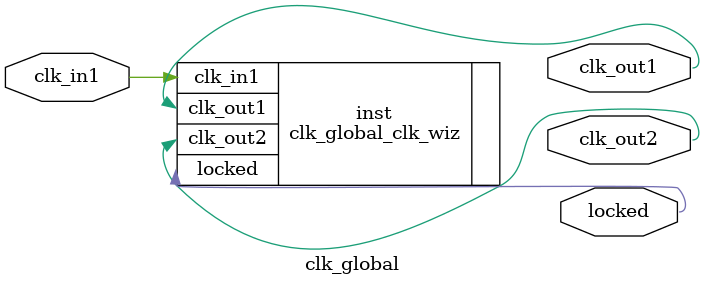
<source format=v>


`timescale 1ps/1ps

(* CORE_GENERATION_INFO = "clk_global,clk_wiz_v6_0_3_0_0,{component_name=clk_global,use_phase_alignment=true,use_min_o_jitter=false,use_max_i_jitter=false,use_dyn_phase_shift=false,use_inclk_switchover=false,use_dyn_reconfig=false,enable_axi=0,feedback_source=FDBK_AUTO,PRIMITIVE=MMCM,num_out_clk=2,clkin1_period=20.000,clkin2_period=10.0,use_power_down=false,use_reset=false,use_locked=true,use_inclk_stopped=false,feedback_type=SINGLE,CLOCK_MGR_TYPE=NA,manual_override=false}" *)

module clk_global 
 (
  // Clock out ports
  output        clk_out1,
  output        clk_out2,
  // Status and control signals
  output        locked,
 // Clock in ports
  input         clk_in1
 );

  clk_global_clk_wiz inst
  (
  // Clock out ports  
  .clk_out1(clk_out1),
  .clk_out2(clk_out2),
  // Status and control signals               
  .locked(locked),
 // Clock in ports
  .clk_in1(clk_in1)
  );

endmodule

</source>
